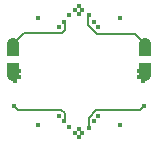
<source format=gbr>
%TF.GenerationSoftware,KiCad,Pcbnew,9.0.1*%
%TF.CreationDate,2025-07-16T17:40:13-04:00*%
%TF.ProjectId,flowstick_junction_pcb,666c6f77-7374-4696-936b-5f6a756e6374,rev?*%
%TF.SameCoordinates,Original*%
%TF.FileFunction,Copper,L4,Bot*%
%TF.FilePolarity,Positive*%
%FSLAX46Y46*%
G04 Gerber Fmt 4.6, Leading zero omitted, Abs format (unit mm)*
G04 Created by KiCad (PCBNEW 9.0.1) date 2025-07-16 17:40:13*
%MOMM*%
%LPD*%
G01*
G04 APERTURE LIST*
G04 Aperture macros list*
%AMFreePoly0*
4,1,16,-0.750000,0.500000,0.250000,0.500000,0.356283,0.488573,0.489624,0.438839,0.603553,0.353553,0.688839,0.239624,0.738573,0.106283,0.750000,0.000000,0.738573,-0.106283,0.688839,-0.239624,0.603553,-0.353553,0.489624,-0.438839,0.356283,-0.488573,0.250000,-0.500000,-0.750000,-0.500000,-0.750000,0.500000,-0.750000,0.500000,$1*%
G04 Aperture macros list end*
%TA.AperFunction,SMDPad,CuDef*%
%ADD10FreePoly0,270.000000*%
%TD*%
%TA.AperFunction,SMDPad,CuDef*%
%ADD11FreePoly0,90.000000*%
%TD*%
%TA.AperFunction,ViaPad*%
%ADD12C,0.420000*%
%TD*%
%TA.AperFunction,Conductor*%
%ADD13C,0.200000*%
%TD*%
%TA.AperFunction,Conductor*%
%ADD14C,0.110000*%
%TD*%
G04 APERTURE END LIST*
D10*
%TO.P,J1,1,Pin_1*%
%TO.N,+5V*%
X146400000Y-89850000D03*
%TD*%
D11*
%TO.P,J2,1,Pin_1*%
%TO.N,/LED_CLK*%
X157600000Y-87750000D03*
%TD*%
D10*
%TO.P,J4,1,Pin_1*%
%TO.N,GND*%
X157600000Y-89850000D03*
%TD*%
D11*
%TO.P,J3,1,Pin_1*%
%TO.N,/LED_DAT*%
X146400000Y-87750000D03*
%TD*%
D12*
%TO.N,+5V*%
X152000000Y-94660006D03*
X146500000Y-89950000D03*
X151700000Y-84600000D03*
X152000000Y-84250000D03*
X146600000Y-90600000D03*
X152300000Y-84600000D03*
X146900000Y-90250000D03*
X146900000Y-89750000D03*
X152300000Y-95000000D03*
X152000000Y-95350000D03*
X151700000Y-95000000D03*
X152000000Y-84939994D03*
%TO.N,/LED_CLK*%
X151200000Y-94500000D03*
X157600000Y-87500000D03*
X151149451Y-85049447D03*
X157500000Y-92700000D03*
X152850549Y-94550553D03*
X152850561Y-85049439D03*
%TO.N,/LED_DAT*%
X153260414Y-85613458D03*
X146500000Y-92700000D03*
X150729536Y-85630049D03*
X146400000Y-87500000D03*
X153270464Y-93969951D03*
X150750000Y-93950000D03*
%TO.N,GND*%
X150351355Y-93547568D03*
X148550000Y-85275076D03*
X150345570Y-86046648D03*
X157500000Y-89950000D03*
X153654430Y-93553352D03*
X157100000Y-89750000D03*
X148550000Y-94324924D03*
X155450000Y-85275076D03*
X155450000Y-94324924D03*
X153648645Y-86052432D03*
X157400000Y-90600000D03*
X157100000Y-90250000D03*
%TD*%
D13*
%TO.N,/LED_CLK*%
X156721271Y-86621271D02*
X153571271Y-86621271D01*
X153500000Y-93050000D02*
X152850549Y-93699451D01*
X157500000Y-92700000D02*
X157150000Y-93050000D01*
X152800000Y-85100000D02*
X152850561Y-85049439D01*
X152850549Y-93699451D02*
X152850549Y-94550553D01*
X157150000Y-93050000D02*
X153500000Y-93050000D01*
X157600000Y-87500000D02*
X156721271Y-86621271D01*
X152800000Y-85850000D02*
X152800000Y-85100000D01*
X153571271Y-86621271D02*
X152800000Y-85850000D01*
%TO.N,/LED_DAT*%
X150800000Y-86300000D02*
X150800000Y-85700513D01*
X150800000Y-85700513D02*
X150729536Y-85630049D01*
D14*
X153250000Y-93949487D02*
X153270464Y-93969951D01*
D13*
X150800000Y-93350000D02*
X150800000Y-93926128D01*
X150500000Y-93050000D02*
X150800000Y-93350000D01*
X146500000Y-92700000D02*
X146850000Y-93050000D01*
X150550000Y-86550000D02*
X150800000Y-86300000D01*
X146400000Y-87500000D02*
X147350000Y-86550000D01*
X150800000Y-93926128D02*
X150739586Y-93986542D01*
X146850000Y-93050000D02*
X150500000Y-93050000D01*
X147350000Y-86550000D02*
X150550000Y-86550000D01*
%TD*%
M02*

</source>
